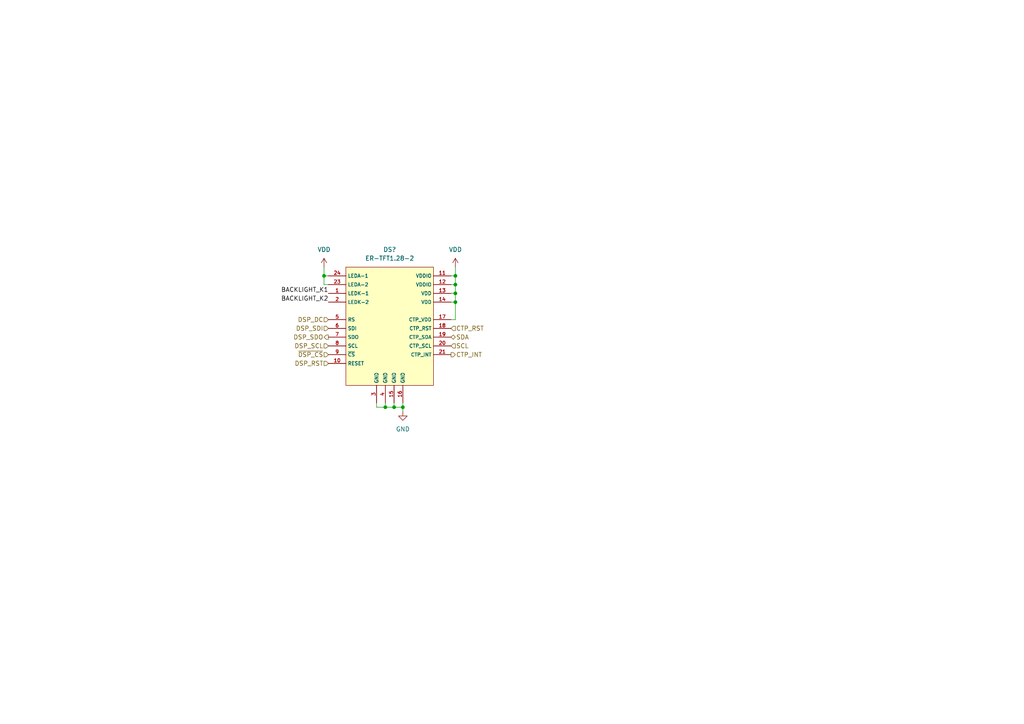
<source format=kicad_sch>
(kicad_sch (version 20211123) (generator eeschema)

  (uuid 72abcb26-5f68-4e2b-a65c-eb4602bf98c2)

  (paper "A4")

  (lib_symbols
    (symbol "power:GND" (power) (pin_names (offset 0)) (in_bom yes) (on_board yes)
      (property "Reference" "#PWR" (id 0) (at 0 -6.35 0)
        (effects (font (size 1.27 1.27)) hide)
      )
      (property "Value" "GND" (id 1) (at 0 -3.81 0)
        (effects (font (size 1.27 1.27)))
      )
      (property "Footprint" "" (id 2) (at 0 0 0)
        (effects (font (size 1.27 1.27)) hide)
      )
      (property "Datasheet" "" (id 3) (at 0 0 0)
        (effects (font (size 1.27 1.27)) hide)
      )
      (property "ki_keywords" "power-flag" (id 4) (at 0 0 0)
        (effects (font (size 1.27 1.27)) hide)
      )
      (property "ki_description" "Power symbol creates a global label with name \"GND\" , ground" (id 5) (at 0 0 0)
        (effects (font (size 1.27 1.27)) hide)
      )
      (symbol "GND_0_1"
        (polyline
          (pts
            (xy 0 0)
            (xy 0 -1.27)
            (xy 1.27 -1.27)
            (xy 0 -2.54)
            (xy -1.27 -1.27)
            (xy 0 -1.27)
          )
          (stroke (width 0) (type default) (color 0 0 0 0))
          (fill (type none))
        )
      )
      (symbol "GND_1_1"
        (pin power_in line (at 0 0 270) (length 0) hide
          (name "GND" (effects (font (size 1.27 1.27))))
          (number "1" (effects (font (size 1.27 1.27))))
        )
      )
    )
    (symbol "power:VDD" (power) (pin_names (offset 0)) (in_bom yes) (on_board yes)
      (property "Reference" "#PWR" (id 0) (at 0 -3.81 0)
        (effects (font (size 1.27 1.27)) hide)
      )
      (property "Value" "VDD" (id 1) (at 0 3.81 0)
        (effects (font (size 1.27 1.27)))
      )
      (property "Footprint" "" (id 2) (at 0 0 0)
        (effects (font (size 1.27 1.27)) hide)
      )
      (property "Datasheet" "" (id 3) (at 0 0 0)
        (effects (font (size 1.27 1.27)) hide)
      )
      (property "ki_keywords" "power-flag" (id 4) (at 0 0 0)
        (effects (font (size 1.27 1.27)) hide)
      )
      (property "ki_description" "Power symbol creates a global label with name \"VDD\"" (id 5) (at 0 0 0)
        (effects (font (size 1.27 1.27)) hide)
      )
      (symbol "VDD_0_1"
        (polyline
          (pts
            (xy -0.762 1.27)
            (xy 0 2.54)
          )
          (stroke (width 0) (type default) (color 0 0 0 0))
          (fill (type none))
        )
        (polyline
          (pts
            (xy 0 0)
            (xy 0 2.54)
          )
          (stroke (width 0) (type default) (color 0 0 0 0))
          (fill (type none))
        )
        (polyline
          (pts
            (xy 0 2.54)
            (xy 0.762 1.27)
          )
          (stroke (width 0) (type default) (color 0 0 0 0))
          (fill (type none))
        )
      )
      (symbol "VDD_1_1"
        (pin power_in line (at 0 0 90) (length 0) hide
          (name "VDD" (effects (font (size 1.27 1.27))))
          (number "1" (effects (font (size 1.27 1.27))))
        )
      )
    )
    (symbol "watch:ER-TFT1.28-2" (in_bom yes) (on_board yes)
      (property "Reference" "DS" (id 0) (at 0 16.51 0)
        (effects (font (size 1.27 1.27)))
      )
      (property "Value" "ER-TFT1.28-2" (id 1) (at 0 13.97 0)
        (effects (font (size 1.27 1.27)))
      )
      (property "Footprint" "watch:OK-24F024-04" (id 2) (at 0 0 0)
        (effects (font (size 1.27 1.27)) hide)
      )
      (property "Datasheet" "https://www.buydisplay.com/download/manual/ER-TFT1.28-2_Datasheet.pdf" (id 3) (at 0 0 0)
        (effects (font (size 1.27 1.27)) hide)
      )
      (symbol "ER-TFT1.28-2_0_1"
        (rectangle (start -12.7 12.7) (end 12.7 -21.59)
          (stroke (width 0) (type default) (color 0 0 0 0))
          (fill (type background))
        )
      )
      (symbol "ER-TFT1.28-2_1_1"
        (pin input line (at -17.78 5.08 0) (length 5.08)
          (name "LEDK-1" (effects (font (size 1.016 1.016))))
          (number "1" (effects (font (size 1.016 1.016))))
        )
        (pin input line (at -17.78 -15.24 0) (length 5.08)
          (name "RESET" (effects (font (size 1.016 1.016))))
          (number "10" (effects (font (size 1.016 1.016))))
        )
        (pin power_in line (at 17.78 10.16 180) (length 5.08)
          (name "VDDIO" (effects (font (size 1.016 1.016))))
          (number "11" (effects (font (size 1.016 1.016))))
        )
        (pin power_in line (at 17.78 7.62 180) (length 5.08)
          (name "VDDIO" (effects (font (size 1.016 1.016))))
          (number "12" (effects (font (size 1.016 1.016))))
        )
        (pin power_in line (at 17.78 5.08 180) (length 5.08)
          (name "VDD" (effects (font (size 1.016 1.016))))
          (number "13" (effects (font (size 1.016 1.016))))
        )
        (pin power_in line (at 17.78 2.54 180) (length 5.08)
          (name "VDD" (effects (font (size 1.016 1.016))))
          (number "14" (effects (font (size 1.016 1.016))))
        )
        (pin power_in line (at 1.27 -26.67 90) (length 5.08)
          (name "GND" (effects (font (size 1.016 1.016))))
          (number "15" (effects (font (size 1.016 1.016))))
        )
        (pin power_in line (at 3.81 -26.67 90) (length 5.08)
          (name "GND" (effects (font (size 1.016 1.016))))
          (number "16" (effects (font (size 1.016 1.016))))
        )
        (pin power_in line (at 17.78 -2.54 180) (length 5.08)
          (name "CTP_VDD" (effects (font (size 1.016 1.016))))
          (number "17" (effects (font (size 1.016 1.016))))
        )
        (pin input line (at 17.78 -5.08 180) (length 5.08)
          (name "CTP_RST" (effects (font (size 1.016 1.016))))
          (number "18" (effects (font (size 1.016 1.016))))
        )
        (pin bidirectional line (at 17.78 -7.62 180) (length 5.08)
          (name "CTP_SDA" (effects (font (size 1.016 1.016))))
          (number "19" (effects (font (size 1.016 1.016))))
        )
        (pin input line (at -17.78 2.54 0) (length 5.08)
          (name "LEDK-2" (effects (font (size 1.016 1.016))))
          (number "2" (effects (font (size 1.016 1.016))))
        )
        (pin input line (at 17.78 -10.16 180) (length 5.08)
          (name "CTP_SCL" (effects (font (size 1.016 1.016))))
          (number "20" (effects (font (size 1.016 1.016))))
        )
        (pin output line (at 17.78 -12.7 180) (length 5.08)
          (name "CTP_INT" (effects (font (size 1.016 1.016))))
          (number "21" (effects (font (size 1.016 1.016))))
        )
        (pin input line (at -17.78 7.62 0) (length 5.08)
          (name "LEDA-2" (effects (font (size 1.016 1.016))))
          (number "23" (effects (font (size 1.016 1.016))))
        )
        (pin input line (at -17.78 10.16 0) (length 5.08)
          (name "LEDA-1" (effects (font (size 1.016 1.016))))
          (number "24" (effects (font (size 1.016 1.016))))
        )
        (pin power_in line (at -3.81 -26.67 90) (length 5.08)
          (name "GND" (effects (font (size 1.016 1.016))))
          (number "3" (effects (font (size 1.016 1.016))))
        )
        (pin power_in line (at -1.27 -26.67 90) (length 5.08)
          (name "GND" (effects (font (size 1.016 1.016))))
          (number "4" (effects (font (size 1.016 1.016))))
        )
        (pin input line (at -17.78 -2.54 0) (length 5.08)
          (name "RS" (effects (font (size 1.016 1.016))))
          (number "5" (effects (font (size 1.016 1.016))))
        )
        (pin input line (at -17.78 -5.08 0) (length 5.08)
          (name "SDI" (effects (font (size 1.016 1.016))))
          (number "6" (effects (font (size 1.016 1.016))))
        )
        (pin output line (at -17.78 -7.62 0) (length 5.08)
          (name "SDO" (effects (font (size 1.016 1.016))))
          (number "7" (effects (font (size 1.016 1.016))))
        )
        (pin input line (at -17.78 -10.16 0) (length 5.08)
          (name "SCL" (effects (font (size 1.016 1.016))))
          (number "8" (effects (font (size 1.016 1.016))))
        )
        (pin input line (at -17.78 -12.7 0) (length 5.08)
          (name "~{CS}" (effects (font (size 1.016 1.016))))
          (number "9" (effects (font (size 1.016 1.016))))
        )
      )
    )
  )

  (junction (at 132.08 87.63) (diameter 0) (color 0 0 0 0)
    (uuid 1cc8468d-8e83-4aea-a8af-6aa557c74a37)
  )
  (junction (at 93.98 80.01) (diameter 0) (color 0 0 0 0)
    (uuid 43d7c638-7668-494b-a88d-7e206700c9ab)
  )
  (junction (at 111.76 118.11) (diameter 0) (color 0 0 0 0)
    (uuid 719db7aa-bedb-4d97-a380-c5b8e9e0b486)
  )
  (junction (at 132.08 85.09) (diameter 0) (color 0 0 0 0)
    (uuid 7934e921-b55f-4e69-883c-3626bd03f72f)
  )
  (junction (at 132.08 82.55) (diameter 0) (color 0 0 0 0)
    (uuid b1f6d496-9ed6-4970-96c3-f20ca968b767)
  )
  (junction (at 132.08 80.01) (diameter 0) (color 0 0 0 0)
    (uuid b209ce63-3a37-4f18-a365-d264c5f08f27)
  )
  (junction (at 116.84 118.11) (diameter 0) (color 0 0 0 0)
    (uuid bb22bd75-4f6c-466f-a598-e443061545bf)
  )
  (junction (at 114.3 118.11) (diameter 0) (color 0 0 0 0)
    (uuid d2a6e46e-99cc-4973-963b-262ff59c1048)
  )

  (wire (pts (xy 114.3 116.84) (xy 114.3 118.11))
    (stroke (width 0) (type default) (color 0 0 0 0))
    (uuid 03188ddc-5b3b-4565-8be1-4342fd1bcb89)
  )
  (wire (pts (xy 130.81 92.71) (xy 132.08 92.71))
    (stroke (width 0) (type default) (color 0 0 0 0))
    (uuid 098eb69d-89b6-413b-8483-2739a1da3617)
  )
  (wire (pts (xy 132.08 87.63) (xy 130.81 87.63))
    (stroke (width 0) (type default) (color 0 0 0 0))
    (uuid 119ab6f1-eceb-4c9a-90b0-a7f4c1c560f5)
  )
  (wire (pts (xy 111.76 118.11) (xy 114.3 118.11))
    (stroke (width 0) (type default) (color 0 0 0 0))
    (uuid 411e97c0-b53f-43da-b155-5912991e7cef)
  )
  (wire (pts (xy 132.08 77.47) (xy 132.08 80.01))
    (stroke (width 0) (type default) (color 0 0 0 0))
    (uuid 4ba12f25-5851-45b4-8e27-13d4dc4133bc)
  )
  (wire (pts (xy 132.08 85.09) (xy 132.08 87.63))
    (stroke (width 0) (type default) (color 0 0 0 0))
    (uuid 4c51c26f-56ce-40a0-b90e-956590a32150)
  )
  (wire (pts (xy 116.84 118.11) (xy 116.84 119.38))
    (stroke (width 0) (type default) (color 0 0 0 0))
    (uuid 50a6c6ae-a70b-49ca-9127-5c18d3e66e8c)
  )
  (wire (pts (xy 130.81 85.09) (xy 132.08 85.09))
    (stroke (width 0) (type default) (color 0 0 0 0))
    (uuid 5c821dec-62a0-40da-ab6f-748ceb3bc6e5)
  )
  (wire (pts (xy 132.08 82.55) (xy 132.08 85.09))
    (stroke (width 0) (type default) (color 0 0 0 0))
    (uuid 5ce89810-9b7e-4dbc-9e83-b58b386d85d0)
  )
  (wire (pts (xy 95.25 82.55) (xy 93.98 82.55))
    (stroke (width 0) (type default) (color 0 0 0 0))
    (uuid 5dc0d17d-76e4-4566-b889-e38c470e33dc)
  )
  (wire (pts (xy 114.3 118.11) (xy 116.84 118.11))
    (stroke (width 0) (type default) (color 0 0 0 0))
    (uuid 62016e2f-017d-4dfd-b2a8-f0ae768e6ab6)
  )
  (wire (pts (xy 130.81 80.01) (xy 132.08 80.01))
    (stroke (width 0) (type default) (color 0 0 0 0))
    (uuid 620fbff8-541e-4113-8eb5-33933e99bb7c)
  )
  (wire (pts (xy 93.98 82.55) (xy 93.98 80.01))
    (stroke (width 0) (type default) (color 0 0 0 0))
    (uuid 72ec9a01-50e1-4b87-a2e6-6c574d12ad64)
  )
  (wire (pts (xy 93.98 80.01) (xy 93.98 77.47))
    (stroke (width 0) (type default) (color 0 0 0 0))
    (uuid 911aed36-429f-4ec0-9619-531152bec537)
  )
  (wire (pts (xy 132.08 80.01) (xy 132.08 82.55))
    (stroke (width 0) (type default) (color 0 0 0 0))
    (uuid a8299ba3-6485-46b3-80bc-8f8e3ea77e7e)
  )
  (wire (pts (xy 109.22 118.11) (xy 111.76 118.11))
    (stroke (width 0) (type default) (color 0 0 0 0))
    (uuid ab21923a-99c5-426d-ab56-0b3c4e41084a)
  )
  (wire (pts (xy 109.22 116.84) (xy 109.22 118.11))
    (stroke (width 0) (type default) (color 0 0 0 0))
    (uuid af1c7b57-cb14-4d4b-baf7-68dc125b503d)
  )
  (wire (pts (xy 116.84 116.84) (xy 116.84 118.11))
    (stroke (width 0) (type default) (color 0 0 0 0))
    (uuid bbf7484f-04b3-46ee-8802-09d67b0a3f9e)
  )
  (wire (pts (xy 93.98 80.01) (xy 95.25 80.01))
    (stroke (width 0) (type default) (color 0 0 0 0))
    (uuid c6bb37d7-1d09-44d9-a2d1-32ef977376b8)
  )
  (wire (pts (xy 132.08 87.63) (xy 132.08 92.71))
    (stroke (width 0) (type default) (color 0 0 0 0))
    (uuid e6e30672-d61c-45bc-95a6-4d19d7b5599d)
  )
  (wire (pts (xy 111.76 116.84) (xy 111.76 118.11))
    (stroke (width 0) (type default) (color 0 0 0 0))
    (uuid ec246f19-81bf-428e-95ce-f9d341f01637)
  )
  (wire (pts (xy 130.81 82.55) (xy 132.08 82.55))
    (stroke (width 0) (type default) (color 0 0 0 0))
    (uuid ed2e1f94-8019-4633-875c-ae661333e062)
  )

  (label "BACKLIGHT_K1" (at 95.25 85.09 180)
    (effects (font (size 1.27 1.27)) (justify right bottom))
    (uuid 569d6bdb-299d-497e-9e19-4f22a8466b85)
  )
  (label "BACKLIGHT_K2" (at 95.25 87.63 180)
    (effects (font (size 1.27 1.27)) (justify right bottom))
    (uuid db7293b1-a14e-4bcb-997a-1854253311d7)
  )

  (hierarchical_label "CTP_RST" (shape input) (at 130.81 95.25 0)
    (effects (font (size 1.27 1.27)) (justify left))
    (uuid 18fa1d26-756d-4d29-87e8-f9e195832375)
  )
  (hierarchical_label "SCL" (shape input) (at 130.81 100.33 0)
    (effects (font (size 1.27 1.27)) (justify left))
    (uuid 1c868683-2d53-4595-8e03-4b8496d0a35f)
  )
  (hierarchical_label "DSP_SCL" (shape input) (at 95.25 100.33 180)
    (effects (font (size 1.27 1.27)) (justify right))
    (uuid 33471576-f708-4c1c-ac6f-629f76f40df0)
  )
  (hierarchical_label "SDA" (shape bidirectional) (at 130.81 97.79 0)
    (effects (font (size 1.27 1.27)) (justify left))
    (uuid 497c5a5e-396e-4574-917c-8ad37d520b2c)
  )
  (hierarchical_label "DSP_RST" (shape input) (at 95.25 105.41 180)
    (effects (font (size 1.27 1.27)) (justify right))
    (uuid 613c3b1d-111e-4ec4-976b-e42fa18aadb0)
  )
  (hierarchical_label "DSP_SDO" (shape output) (at 95.25 97.79 180)
    (effects (font (size 1.27 1.27)) (justify right))
    (uuid 6226017c-4e56-4543-81a1-e56fc13727ef)
  )
  (hierarchical_label "CTP_INT" (shape output) (at 130.81 102.87 0)
    (effects (font (size 1.27 1.27)) (justify left))
    (uuid 6f7ecbf7-dd68-4aa6-91bd-d0afdc02e5ab)
  )
  (hierarchical_label "~{DSP_CS}" (shape input) (at 95.25 102.87 180)
    (effects (font (size 1.27 1.27)) (justify right))
    (uuid 97ffefde-a855-4a6b-8591-ece093e091be)
  )
  (hierarchical_label "DSP_SDI" (shape input) (at 95.25 95.25 180)
    (effects (font (size 1.27 1.27)) (justify right))
    (uuid 9a364d3f-3149-4058-8f79-bdfebbc25676)
  )
  (hierarchical_label "DSP_DC" (shape input) (at 95.25 92.71 180)
    (effects (font (size 1.27 1.27)) (justify right))
    (uuid c13f8b38-dbf9-4bc3-8263-dac7beba5c73)
  )

  (symbol (lib_id "watch:ER-TFT1.28-2") (at 113.03 90.17 0) (unit 1)
    (in_bom yes) (on_board yes) (fields_autoplaced)
    (uuid 246d3046-91fb-4fc7-8806-d72cfbd08170)
    (property "Reference" "DS?" (id 0) (at 113.03 72.39 0))
    (property "Value" "ER-TFT1.28-2" (id 1) (at 113.03 74.93 0))
    (property "Footprint" "watch:OK-24F024-04" (id 2) (at 113.03 90.17 0)
      (effects (font (size 1.27 1.27)) hide)
    )
    (property "Datasheet" "https://www.buydisplay.com/download/manual/ER-TFT1.28-2_Datasheet.pdf" (id 3) (at 113.03 90.17 0)
      (effects (font (size 1.27 1.27)) hide)
    )
    (pin "1" (uuid 8e3b4612-e1ee-460f-a930-418f3f41964c))
    (pin "10" (uuid 8aaf3691-a735-4563-9e50-ad892d9d6179))
    (pin "11" (uuid 66e20a57-32a5-4b1c-86a0-9675f67ce925))
    (pin "12" (uuid 598a2b32-fc3b-42fe-a286-aa6b6cd825c1))
    (pin "13" (uuid 84237611-8bde-40a5-a3c8-a944d2ebdc03))
    (pin "14" (uuid 7bdb3239-28b9-4ba8-8d2a-c219d3f0dcf8))
    (pin "15" (uuid 9f4ee9aa-4924-45e4-94e3-0e7cafa29204))
    (pin "16" (uuid e42df063-66d2-4e99-a011-e60e29b0407d))
    (pin "17" (uuid 2712d16e-95cf-44b5-8e32-45eb0d33c1dd))
    (pin "18" (uuid fabb3a89-9229-4656-a240-02c1b4739e60))
    (pin "19" (uuid a41a89f9-c32a-4dbb-a40d-53a68ae42ed7))
    (pin "2" (uuid bc2140fa-7484-4908-ba6a-91a71d30830b))
    (pin "20" (uuid ca933cad-efe4-413c-b02e-8d0fd70eb92c))
    (pin "21" (uuid 3bf84718-57d8-46a0-89c6-08c4010a2e37))
    (pin "23" (uuid 7ed9228f-d778-40c0-a15c-21a3b83e0bca))
    (pin "24" (uuid ef6c6f72-94e0-4522-9549-116e90326c47))
    (pin "3" (uuid 0934ecfb-86fe-4e52-99b6-ea147ecf4d49))
    (pin "4" (uuid b4cae1fb-9856-4dfa-8dcd-25d21188a671))
    (pin "5" (uuid 994d4787-80a5-43b2-b54e-8e5e20432685))
    (pin "6" (uuid c14e551d-9285-4e10-940a-64d018e5e290))
    (pin "7" (uuid 6b01bc7c-da57-4ad1-a34a-0ce2e4c471a6))
    (pin "8" (uuid 4d1c3849-6c7e-47c4-ad41-e2c14536801d))
    (pin "9" (uuid aff6a6df-7eb1-4e57-bf4a-ec72f8e3389a))
  )

  (symbol (lib_id "power:GND") (at 116.84 119.38 0) (unit 1)
    (in_bom yes) (on_board yes) (fields_autoplaced)
    (uuid 81680777-7ea5-41ca-98f4-0652a8888888)
    (property "Reference" "#PWR?" (id 0) (at 116.84 125.73 0)
      (effects (font (size 1.27 1.27)) hide)
    )
    (property "Value" "GND" (id 1) (at 116.84 124.46 0))
    (property "Footprint" "" (id 2) (at 116.84 119.38 0)
      (effects (font (size 1.27 1.27)) hide)
    )
    (property "Datasheet" "" (id 3) (at 116.84 119.38 0)
      (effects (font (size 1.27 1.27)) hide)
    )
    (pin "1" (uuid 92da824c-dbb5-4796-b689-2766b1525569))
  )

  (symbol (lib_id "power:VDD") (at 93.98 77.47 0) (unit 1)
    (in_bom yes) (on_board yes) (fields_autoplaced)
    (uuid 81a82374-70ef-4a9b-9eda-abf11c7f6832)
    (property "Reference" "#PWR?" (id 0) (at 93.98 81.28 0)
      (effects (font (size 1.27 1.27)) hide)
    )
    (property "Value" "VDD" (id 1) (at 93.98 72.39 0))
    (property "Footprint" "" (id 2) (at 93.98 77.47 0)
      (effects (font (size 1.27 1.27)) hide)
    )
    (property "Datasheet" "" (id 3) (at 93.98 77.47 0)
      (effects (font (size 1.27 1.27)) hide)
    )
    (pin "1" (uuid 6868b74f-9595-40e0-9d46-ca472a17ffe6))
  )

  (symbol (lib_id "power:VDD") (at 132.08 77.47 0) (unit 1)
    (in_bom yes) (on_board yes) (fields_autoplaced)
    (uuid c4f9fa38-5745-4f44-8fe2-36e64841a108)
    (property "Reference" "#PWR?" (id 0) (at 132.08 81.28 0)
      (effects (font (size 1.27 1.27)) hide)
    )
    (property "Value" "VDD" (id 1) (at 132.08 72.39 0))
    (property "Footprint" "" (id 2) (at 132.08 77.47 0)
      (effects (font (size 1.27 1.27)) hide)
    )
    (property "Datasheet" "" (id 3) (at 132.08 77.47 0)
      (effects (font (size 1.27 1.27)) hide)
    )
    (pin "1" (uuid 4dccec98-fda2-464c-bd3c-c47f68e71211))
  )
)

</source>
